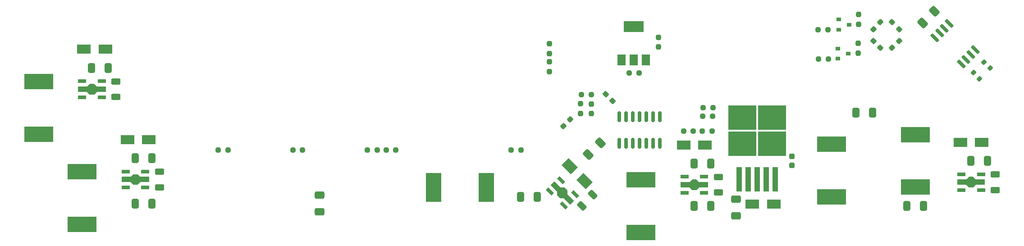
<source format=gbr>
%TF.GenerationSoftware,KiCad,Pcbnew,(5.99.0-7597-g9f5b12c7f7)*%
%TF.CreationDate,2021-12-15T12:43:45+01:00*%
%TF.ProjectId,controller,636f6e74-726f-46c6-9c65-722e6b696361,rev?*%
%TF.SameCoordinates,Original*%
%TF.FileFunction,Paste,Top*%
%TF.FilePolarity,Positive*%
%FSLAX46Y46*%
G04 Gerber Fmt 4.6, Leading zero omitted, Abs format (unit mm)*
G04 Created by KiCad (PCBNEW (5.99.0-7597-g9f5b12c7f7)) date 2021-12-15 12:43:45*
%MOMM*%
%LPD*%
G01*
G04 APERTURE LIST*
G04 Aperture macros list*
%AMRoundRect*
0 Rectangle with rounded corners*
0 $1 Rounding radius*
0 $2 $3 $4 $5 $6 $7 $8 $9 X,Y pos of 4 corners*
0 Add a 4 corners polygon primitive as box body*
4,1,4,$2,$3,$4,$5,$6,$7,$8,$9,$2,$3,0*
0 Add four circle primitives for the rounded corners*
1,1,$1+$1,$2,$3,0*
1,1,$1+$1,$4,$5,0*
1,1,$1+$1,$6,$7,0*
1,1,$1+$1,$8,$9,0*
0 Add four rect primitives between the rounded corners*
20,1,$1+$1,$2,$3,$4,$5,0*
20,1,$1+$1,$4,$5,$6,$7,0*
20,1,$1+$1,$6,$7,$8,$9,0*
20,1,$1+$1,$8,$9,$2,$3,0*%
%AMRotRect*
0 Rectangle, with rotation*
0 The origin of the aperture is its center*
0 $1 length*
0 $2 width*
0 $3 Rotation angle, in degrees counterclockwise*
0 Add horizontal line*
21,1,$1,$2,0,0,$3*%
G04 Aperture macros list end*
%ADD10RoundRect,0.237500X-0.344715X0.008839X0.008839X-0.344715X0.344715X-0.008839X-0.008839X0.344715X0*%
%ADD11RoundRect,0.237500X-0.237500X0.250000X-0.237500X-0.250000X0.237500X-0.250000X0.237500X0.250000X0*%
%ADD12RoundRect,0.237500X-0.250000X-0.237500X0.250000X-0.237500X0.250000X0.237500X-0.250000X0.237500X0*%
%ADD13R,0.900000X0.800000*%
%ADD14RoundRect,0.237500X0.237500X-0.250000X0.237500X0.250000X-0.237500X0.250000X-0.237500X-0.250000X0*%
%ADD15R,5.400000X2.900000*%
%ADD16RoundRect,0.250000X0.412500X0.650000X-0.412500X0.650000X-0.412500X-0.650000X0.412500X-0.650000X0*%
%ADD17RoundRect,0.250000X-0.650000X0.412500X-0.650000X-0.412500X0.650000X-0.412500X0.650000X0.412500X0*%
%ADD18R,1.500000X0.700000*%
%ADD19RoundRect,0.237500X0.250000X0.237500X-0.250000X0.237500X-0.250000X-0.237500X0.250000X-0.237500X0*%
%ADD20RoundRect,0.150000X-0.671751X0.459619X0.459619X-0.671751X0.671751X-0.459619X-0.459619X0.671751X0*%
%ADD21RoundRect,0.237500X0.344715X-0.008839X-0.008839X0.344715X-0.344715X0.008839X0.008839X-0.344715X0*%
%ADD22R,2.500000X1.800000*%
%ADD23R,5.250000X4.550000*%
%ADD24R,1.100000X4.600000*%
%ADD25RoundRect,0.250000X-0.625000X0.312500X-0.625000X-0.312500X0.625000X-0.312500X0.625000X0.312500X0*%
%ADD26RoundRect,0.150000X0.150000X-0.825000X0.150000X0.825000X-0.150000X0.825000X-0.150000X-0.825000X0*%
%ADD27RoundRect,0.200000X0.335876X0.053033X0.053033X0.335876X-0.335876X-0.053033X-0.053033X-0.335876X0*%
%ADD28RotRect,2.500000X1.800000X135.000000*%
%ADD29RoundRect,0.250000X-0.220971X0.662913X-0.662913X0.220971X0.220971X-0.662913X0.662913X-0.220971X0*%
%ADD30RoundRect,0.237500X-0.008839X-0.344715X0.344715X0.008839X0.008839X0.344715X-0.344715X-0.008839X0*%
%ADD31RotRect,1.500000X0.700000X315.000000*%
%ADD32R,1.500000X2.000000*%
%ADD33R,3.800000X2.000000*%
%ADD34RoundRect,0.237500X-0.237500X0.300000X-0.237500X-0.300000X0.237500X-0.300000X0.237500X0.300000X0*%
%ADD35RoundRect,0.250000X-0.412500X-0.650000X0.412500X-0.650000X0.412500X0.650000X-0.412500X0.650000X0*%
%ADD36RoundRect,0.250000X0.167938X-0.751301X0.751301X-0.167938X-0.167938X0.751301X-0.751301X0.167938X0*%
%ADD37RoundRect,0.237500X-0.380070X0.044194X0.044194X-0.380070X0.380070X-0.044194X-0.044194X0.380070X0*%
%ADD38RoundRect,0.237500X0.008839X0.344715X-0.344715X-0.008839X-0.008839X-0.344715X0.344715X0.008839X0*%
%ADD39R,2.900000X5.400000*%
%ADD40RoundRect,0.250000X-0.167938X0.751301X-0.751301X0.167938X0.167938X-0.751301X0.751301X-0.167938X0*%
G04 APERTURE END LIST*
D10*
%TO.C,R11*%
X199654765Y-90454765D03*
X200945235Y-91745235D03*
%TD*%
D11*
%TO.C,R32*%
X196800000Y-92762500D03*
X196800000Y-90937500D03*
%TD*%
D12*
%TO.C,R31*%
X191162500Y-93850000D03*
X189337500Y-93850000D03*
%TD*%
D11*
%TO.C,R30*%
X196850000Y-87312500D03*
X196850000Y-85487500D03*
%TD*%
D12*
%TO.C,R29*%
X191062500Y-88350000D03*
X189237500Y-88350000D03*
%TD*%
D13*
%TO.C,Q3*%
X194950000Y-92850000D03*
X192950000Y-93800000D03*
X192950000Y-91900000D03*
%TD*%
%TO.C,Q2*%
X195100000Y-87400000D03*
X193100000Y-88350000D03*
X193100000Y-86450000D03*
%TD*%
D14*
%TO.C,R28*%
X138800000Y-94387500D03*
X138800000Y-96212500D03*
%TD*%
%TO.C,R27*%
X138800000Y-90987500D03*
X138800000Y-92812500D03*
%TD*%
D15*
%TO.C,L3*%
X51000000Y-115050000D03*
X51000000Y-124950000D03*
%TD*%
D16*
%TO.C,C10*%
X136462500Y-119800000D03*
X133337500Y-119800000D03*
%TD*%
%TO.C,C3*%
X221062500Y-113000000D03*
X217937500Y-113000000D03*
%TD*%
D17*
%TO.C,C12*%
X173812200Y-120205100D03*
X173812200Y-123330100D03*
%TD*%
D18*
%TO.C,U5*%
X51000000Y-98025000D03*
G36*
X53750000Y-99025000D02*
G01*
X55450000Y-99025000D01*
X55450000Y-100025000D01*
X53750000Y-100025000D01*
X53250000Y-100525000D01*
X52450000Y-100525000D01*
X51950000Y-100025000D01*
X50250000Y-100025000D01*
X50250000Y-99025000D01*
X51950000Y-99025000D01*
X52450000Y-98525000D01*
X53250000Y-98525000D01*
X53750000Y-99025000D01*
G37*
X51000000Y-101025000D03*
X54700000Y-101025000D03*
X54700000Y-98025000D03*
%TD*%
D19*
%TO.C,R18*%
X146650000Y-100525000D03*
X144825000Y-100525000D03*
%TD*%
D20*
%TO.C,U1*%
X213872165Y-87178088D03*
X212974139Y-88076113D03*
X212076113Y-88974139D03*
X211178088Y-89872165D03*
X216127835Y-94821912D03*
X217025861Y-93923887D03*
X217923887Y-93025861D03*
X218821912Y-92127835D03*
%TD*%
D21*
%TO.C,R8*%
X204445235Y-88245235D03*
X203154765Y-86954765D03*
%TD*%
D19*
%TO.C,R26*%
X155612500Y-96500000D03*
X153787500Y-96500000D03*
%TD*%
D14*
%TO.C,R22*%
X146675000Y-104137500D03*
X146675000Y-102312500D03*
%TD*%
D15*
%TO.C,L4*%
X42850000Y-98075000D03*
X42850000Y-107975000D03*
%TD*%
D22*
%TO.C,D4*%
X55350000Y-92025000D03*
X51350000Y-92025000D03*
%TD*%
D16*
%TO.C,C13*%
X199462500Y-103900000D03*
X196337500Y-103900000D03*
%TD*%
D23*
%TO.C,U7*%
X180575000Y-104900000D03*
X175025000Y-109750000D03*
X175025000Y-104900000D03*
X180575000Y-109750000D03*
D24*
X174400000Y-116475000D03*
X176100000Y-116475000D03*
X177800000Y-116475000D03*
X179500000Y-116475000D03*
X181200000Y-116475000D03*
%TD*%
D19*
%TO.C,R19*%
X169412500Y-104600000D03*
X167587500Y-104600000D03*
%TD*%
D25*
%TO.C,R2*%
X222500000Y-115537500D03*
X222500000Y-118462500D03*
%TD*%
D22*
%TO.C,D3*%
X63500000Y-109000000D03*
X59500000Y-109000000D03*
%TD*%
D26*
%TO.C,U8*%
X151890000Y-109675000D03*
X153160000Y-109675000D03*
X154430000Y-109675000D03*
X155700000Y-109675000D03*
X156970000Y-109675000D03*
X158240000Y-109675000D03*
X159510000Y-109675000D03*
X159510000Y-104725000D03*
X158240000Y-104725000D03*
X156970000Y-104725000D03*
X155700000Y-104725000D03*
X154430000Y-104725000D03*
X153160000Y-104725000D03*
X151890000Y-104725000D03*
%TD*%
D17*
%TO.C,C8*%
X95600000Y-119437500D03*
X95600000Y-122562500D03*
%TD*%
D16*
%TO.C,C5*%
X64062500Y-112500000D03*
X60937500Y-112500000D03*
%TD*%
D27*
%TO.C,R6*%
X221583363Y-95583363D03*
X220416637Y-94416637D03*
%TD*%
D19*
%TO.C,R14*%
X106412500Y-111000000D03*
X104587500Y-111000000D03*
%TD*%
D28*
%TO.C,D5*%
X145414214Y-116814214D03*
X142585786Y-113985786D03*
%TD*%
D29*
%TO.C,R5*%
X146934144Y-119365856D03*
X144865856Y-121434144D03*
%TD*%
D30*
%TO.C,R10*%
X199654765Y-88245235D03*
X200945235Y-86954765D03*
%TD*%
D22*
%TO.C,D1*%
X168000000Y-110000000D03*
X164000000Y-110000000D03*
%TD*%
D25*
%TO.C,R4*%
X57350000Y-98062500D03*
X57350000Y-100987500D03*
%TD*%
D31*
%TO.C,U6*%
X140962564Y-116655456D03*
G36*
X142200000Y-119307106D02*
G01*
X143402082Y-120509188D01*
X142694975Y-121216295D01*
X141492893Y-120014213D01*
X140785787Y-120014213D01*
X140220102Y-119448528D01*
X140220102Y-118741422D01*
X139018020Y-117539340D01*
X139725127Y-116832233D01*
X140927209Y-118034315D01*
X141634315Y-118034315D01*
X142200000Y-118600000D01*
X142200000Y-119307106D01*
G37*
X138841243Y-118776777D03*
X141457538Y-121393072D03*
X143578859Y-119271751D03*
%TD*%
D16*
%TO.C,C2*%
X169062500Y-113500000D03*
X165937500Y-113500000D03*
%TD*%
D32*
%TO.C,Q1*%
X152300000Y-94050000D03*
X154600000Y-94050000D03*
D33*
X154600000Y-87750000D03*
D32*
X156900000Y-94050000D03*
%TD*%
D27*
%TO.C,R7*%
X219583363Y-97583363D03*
X218416637Y-96416637D03*
%TD*%
D15*
%TO.C,L6*%
X191800000Y-119750000D03*
X191800000Y-109850000D03*
%TD*%
D18*
%TO.C,U4*%
X59150000Y-115000000D03*
G36*
X61900000Y-116000000D02*
G01*
X63600000Y-116000000D01*
X63600000Y-117000000D01*
X61900000Y-117000000D01*
X61400000Y-117500000D01*
X60600000Y-117500000D01*
X60100000Y-117000000D01*
X58400000Y-117000000D01*
X58400000Y-116000000D01*
X60100000Y-116000000D01*
X60600000Y-115500000D01*
X61400000Y-115500000D01*
X61900000Y-116000000D01*
G37*
X59150000Y-118000000D03*
X62850000Y-118000000D03*
X62850000Y-115000000D03*
%TD*%
D22*
%TO.C,D6*%
X176900000Y-121100000D03*
X180900000Y-121100000D03*
%TD*%
D25*
%TO.C,R1*%
X170500000Y-116037500D03*
X170500000Y-118962500D03*
%TD*%
D34*
%TO.C,C14*%
X184300000Y-112137500D03*
X184300000Y-113862500D03*
%TD*%
D19*
%TO.C,R20*%
X165812500Y-107400000D03*
X163987500Y-107400000D03*
%TD*%
%TO.C,R24*%
X169312500Y-107400000D03*
X167487500Y-107400000D03*
%TD*%
D35*
%TO.C,C1*%
X165937500Y-121500000D03*
X169062500Y-121500000D03*
%TD*%
D15*
%TO.C,L1*%
X156000000Y-116550000D03*
X156000000Y-126450000D03*
%TD*%
D36*
%TO.C,C9*%
X146095146Y-111804854D03*
X148304854Y-109595146D03*
%TD*%
D19*
%TO.C,R12*%
X78412500Y-111000000D03*
X76587500Y-111000000D03*
%TD*%
D12*
%TO.C,R15*%
X108087500Y-111000000D03*
X109912500Y-111000000D03*
%TD*%
D18*
%TO.C,U3*%
X216150000Y-115500000D03*
G36*
X218900000Y-116500000D02*
G01*
X220600000Y-116500000D01*
X220600000Y-117500000D01*
X218900000Y-117500000D01*
X218400000Y-118000000D01*
X217600000Y-118000000D01*
X217100000Y-117500000D01*
X215400000Y-117500000D01*
X215400000Y-116500000D01*
X217100000Y-116500000D01*
X217600000Y-116000000D01*
X218400000Y-116000000D01*
X218900000Y-116500000D01*
G37*
X216150000Y-118500000D03*
X219850000Y-118500000D03*
X219850000Y-115500000D03*
%TD*%
D37*
%TO.C,C15*%
X149390120Y-100490120D03*
X150609880Y-101709880D03*
%TD*%
D38*
%TO.C,R9*%
X204445235Y-90454765D03*
X203154765Y-91745235D03*
%TD*%
D25*
%TO.C,R3*%
X65500000Y-115037500D03*
X65500000Y-117962500D03*
%TD*%
D19*
%TO.C,R23*%
X169512500Y-103000000D03*
X167687500Y-103000000D03*
%TD*%
D18*
%TO.C,U2*%
X164150000Y-116000000D03*
G36*
X166900000Y-117000000D02*
G01*
X168600000Y-117000000D01*
X168600000Y-118000000D01*
X166900000Y-118000000D01*
X166400000Y-118500000D01*
X165600000Y-118500000D01*
X165100000Y-118000000D01*
X163400000Y-118000000D01*
X163400000Y-117000000D01*
X165100000Y-117000000D01*
X165600000Y-116500000D01*
X166400000Y-116500000D01*
X166900000Y-117000000D01*
G37*
X164150000Y-119000000D03*
X167850000Y-119000000D03*
X167850000Y-116000000D03*
%TD*%
D16*
%TO.C,C7*%
X55912500Y-95525000D03*
X52787500Y-95525000D03*
%TD*%
D35*
%TO.C,C4*%
X205937500Y-121500000D03*
X209062500Y-121500000D03*
%TD*%
D39*
%TO.C,L5*%
X126950000Y-118000000D03*
X117050000Y-118000000D03*
%TD*%
D19*
%TO.C,R16*%
X133412500Y-111000000D03*
X131587500Y-111000000D03*
%TD*%
D14*
%TO.C,R17*%
X144650000Y-104087500D03*
X144650000Y-102262500D03*
%TD*%
D22*
%TO.C,D2*%
X220000000Y-109500000D03*
X216000000Y-109500000D03*
%TD*%
D14*
%TO.C,R25*%
X159300000Y-91612500D03*
X159300000Y-89787500D03*
%TD*%
D15*
%TO.C,L2*%
X207562500Y-108050000D03*
X207562500Y-117950000D03*
%TD*%
D16*
%TO.C,C6*%
X64062500Y-121000000D03*
X60937500Y-121000000D03*
%TD*%
D40*
%TO.C,C11*%
X211104854Y-84895146D03*
X208895146Y-87104854D03*
%TD*%
D30*
%TO.C,R21*%
X141404765Y-106495235D03*
X142695235Y-105204765D03*
%TD*%
D19*
%TO.C,R13*%
X92412500Y-111000000D03*
X90587500Y-111000000D03*
%TD*%
M02*

</source>
